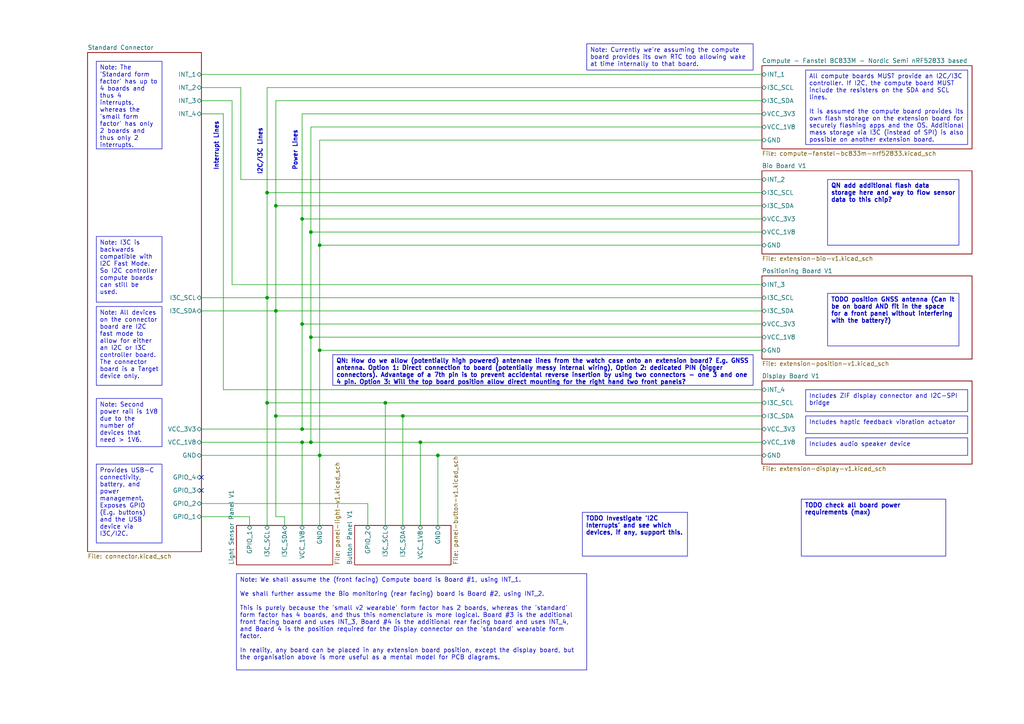
<source format=kicad_sch>
(kicad_sch (version 20230121) (generator eeschema)

  (uuid 1eb7e8c9-86dc-4f6b-85aa-748b782af952)

  (paper "A4")

  (title_block
    (title "Herald V2 Wearable - Full set of options")
    (rev "1.0.0")
    (company "The Herald Project")
    (comment 1 "Copyright 2021-2023 All Rights Reserved")
    (comment 2 "Licensed under CERN OHL-P-V2")
  )

  (lib_symbols
  )

  (junction (at 127 132.08) (diameter 0) (color 0 0 0 0)
    (uuid 0d95049a-eeb8-426b-b5ad-92500e3f95ee)
  )
  (junction (at 80.01 59.69) (diameter 0) (color 0 0 0 0)
    (uuid 10ea7ef2-c434-4d8f-b701-fe0ff50cccd6)
  )
  (junction (at 92.71 101.6) (diameter 0) (color 0 0 0 0)
    (uuid 21515348-598b-4b04-b89f-e332b2964984)
  )
  (junction (at 90.17 67.31) (diameter 0) (color 0 0 0 0)
    (uuid 2934d467-1e84-48c2-9ed6-b90ea0b4d3ce)
  )
  (junction (at 77.47 55.88) (diameter 0) (color 0 0 0 0)
    (uuid 3459f96f-1f8b-4e51-886f-0b48416ad88d)
  )
  (junction (at 116.84 120.65) (diameter 0) (color 0 0 0 0)
    (uuid 518f2921-d7da-43dd-814d-6a71fa7cd627)
  )
  (junction (at 80.01 90.17) (diameter 0) (color 0 0 0 0)
    (uuid 55995676-9b89-4a42-8edd-80672c807912)
  )
  (junction (at 87.63 128.27) (diameter 0) (color 0 0 0 0)
    (uuid 705521de-10df-4230-bd67-88635602dcb5)
  )
  (junction (at 111.76 116.84) (diameter 0) (color 0 0 0 0)
    (uuid 739a2f73-cfe3-4436-bfea-b2fc4b72093c)
  )
  (junction (at 77.47 86.36) (diameter 0) (color 0 0 0 0)
    (uuid 843913e9-727e-4689-aa36-50ae4050ff10)
  )
  (junction (at 80.01 120.65) (diameter 0) (color 0 0 0 0)
    (uuid 8cffe8d6-98d4-454b-a92e-cce922a48716)
  )
  (junction (at 92.71 71.12) (diameter 0) (color 0 0 0 0)
    (uuid 9c2665e2-d84c-4c90-b671-39ac67dddbc4)
  )
  (junction (at 90.17 128.27) (diameter 0) (color 0 0 0 0)
    (uuid a3c001da-2107-434e-afae-30debc6cf120)
  )
  (junction (at 87.63 124.46) (diameter 0) (color 0 0 0 0)
    (uuid b187b4dd-9ef8-4d0b-a7ce-d5fb2e622c4d)
  )
  (junction (at 87.63 63.5) (diameter 0) (color 0 0 0 0)
    (uuid b1961a96-3409-44be-bfd1-579cebf62867)
  )
  (junction (at 121.92 128.27) (diameter 0) (color 0 0 0 0)
    (uuid bdf8ef1b-c381-4548-a12e-9eb89cf1457b)
  )
  (junction (at 90.17 97.79) (diameter 0) (color 0 0 0 0)
    (uuid c4043c67-2220-4ce3-af9d-cd324a3470ba)
  )
  (junction (at 77.47 116.84) (diameter 0) (color 0 0 0 0)
    (uuid d050ad22-2ab2-49fd-bb80-36d8924724c2)
  )
  (junction (at 92.71 132.08) (diameter 0) (color 0 0 0 0)
    (uuid ea91a05f-7020-4a98-90c9-1f59fa4449ac)
  )
  (junction (at 87.63 93.98) (diameter 0) (color 0 0 0 0)
    (uuid f0507228-3d96-4a40-9e2d-9c9fb5ef0538)
  )

  (no_connect (at 58.42 142.24) (uuid 9a165093-ee8a-4b68-bee9-932cef254396))
  (no_connect (at 58.42 138.43) (uuid ee4e0950-6c9a-4d75-bdea-8446eeb1fbff))

  (wire (pts (xy 90.17 67.31) (xy 90.17 97.79))
    (stroke (width 0) (type default))
    (uuid 012e6e27-d390-473a-a3bf-d512b255adab)
  )
  (wire (pts (xy 80.01 90.17) (xy 80.01 120.65))
    (stroke (width 0) (type default))
    (uuid 075e4dc5-d18b-4678-9535-f6b3dc2fa276)
  )
  (wire (pts (xy 116.84 120.65) (xy 116.84 152.4))
    (stroke (width 0) (type default))
    (uuid 10a24dcb-ad18-48ac-a855-70af1337dc5a)
  )
  (wire (pts (xy 121.92 128.27) (xy 121.92 152.4))
    (stroke (width 0) (type default))
    (uuid 1505f69a-749d-4038-8b7d-227af9a6061f)
  )
  (wire (pts (xy 220.98 52.07) (xy 69.85 52.07))
    (stroke (width 0) (type default))
    (uuid 16135574-4339-4739-ada0-c12e99175213)
  )
  (wire (pts (xy 220.98 33.02) (xy 87.63 33.02))
    (stroke (width 0) (type default))
    (uuid 16c4b2ab-7519-4f4b-8325-bfbed9aaa9fc)
  )
  (wire (pts (xy 64.77 113.03) (xy 220.98 113.03))
    (stroke (width 0) (type default))
    (uuid 18be56e1-8242-4e03-b040-b2a2c708c078)
  )
  (wire (pts (xy 220.98 29.21) (xy 80.01 29.21))
    (stroke (width 0) (type default))
    (uuid 1c984f1d-f008-4e89-9f8e-917997121657)
  )
  (wire (pts (xy 92.71 71.12) (xy 220.98 71.12))
    (stroke (width 0) (type default))
    (uuid 26d53c4c-b3cd-488c-bc6f-c72b508d8659)
  )
  (wire (pts (xy 58.42 124.46) (xy 87.63 124.46))
    (stroke (width 0) (type default))
    (uuid 27d1b15a-c697-4978-8cfe-d83f11d533f9)
  )
  (wire (pts (xy 67.31 29.21) (xy 58.42 29.21))
    (stroke (width 0) (type default))
    (uuid 2d5f14dd-18ec-4797-a268-976b38280cf9)
  )
  (wire (pts (xy 127 132.08) (xy 127 152.4))
    (stroke (width 0) (type default))
    (uuid 2d99bce3-73e2-42e4-95c6-3d9914249bce)
  )
  (wire (pts (xy 90.17 67.31) (xy 220.98 67.31))
    (stroke (width 0) (type default))
    (uuid 2ee622ed-624b-484c-8b2f-da5d0c03df0b)
  )
  (wire (pts (xy 77.47 55.88) (xy 77.47 25.4))
    (stroke (width 0) (type default))
    (uuid 3a1b222c-dca8-4a97-a51a-cf3e2e85a305)
  )
  (wire (pts (xy 58.42 86.36) (xy 77.47 86.36))
    (stroke (width 0) (type default))
    (uuid 40b332bc-3ad5-42f1-9e71-eb445c0c96bf)
  )
  (wire (pts (xy 87.63 63.5) (xy 87.63 93.98))
    (stroke (width 0) (type default))
    (uuid 43ce362c-b416-4033-89e2-aaa757664166)
  )
  (wire (pts (xy 87.63 93.98) (xy 87.63 124.46))
    (stroke (width 0) (type default))
    (uuid 4ca24a41-5e2a-415e-b209-f981f7185cd1)
  )
  (wire (pts (xy 87.63 128.27) (xy 87.63 152.4))
    (stroke (width 0) (type default))
    (uuid 4d7da686-e7da-4d70-9fad-969ff5eaec14)
  )
  (wire (pts (xy 92.71 40.64) (xy 92.71 71.12))
    (stroke (width 0) (type default))
    (uuid 4dbb31dc-3832-4251-a359-10b88563afbf)
  )
  (wire (pts (xy 80.01 120.65) (xy 80.01 149.86))
    (stroke (width 0) (type default))
    (uuid 509d2b8d-d857-40ef-8b69-cd02fb30be89)
  )
  (wire (pts (xy 77.47 55.88) (xy 220.98 55.88))
    (stroke (width 0) (type default))
    (uuid 5296f3b2-ebb3-45e4-ac66-30164b21e407)
  )
  (wire (pts (xy 77.47 86.36) (xy 220.98 86.36))
    (stroke (width 0) (type default))
    (uuid 58389ddf-69e9-433c-9c00-d0a84d65e169)
  )
  (wire (pts (xy 121.92 128.27) (xy 220.98 128.27))
    (stroke (width 0) (type default))
    (uuid 585e35cb-67c1-4abd-ab6e-63f99d014111)
  )
  (wire (pts (xy 127 132.08) (xy 220.98 132.08))
    (stroke (width 0) (type default))
    (uuid 5872f626-cd0c-4772-a200-9ae84006f92b)
  )
  (wire (pts (xy 111.76 116.84) (xy 77.47 116.84))
    (stroke (width 0) (type default))
    (uuid 5e28efa0-18e0-40ae-a07a-3ba2d429d2f3)
  )
  (wire (pts (xy 67.31 82.55) (xy 220.98 82.55))
    (stroke (width 0) (type default))
    (uuid 63299dcc-fc3a-4425-99de-814c8997bb7c)
  )
  (wire (pts (xy 77.47 116.84) (xy 77.47 86.36))
    (stroke (width 0) (type default))
    (uuid 6925c807-7917-45b8-8e5f-63350f18a98f)
  )
  (wire (pts (xy 220.98 40.64) (xy 92.71 40.64))
    (stroke (width 0) (type default))
    (uuid 6abd12b6-ac27-41e6-8331-5537f662ff54)
  )
  (wire (pts (xy 58.42 21.59) (xy 220.98 21.59))
    (stroke (width 0) (type default))
    (uuid 6c52b9e4-67ef-4177-8461-24ea8f7d95f4)
  )
  (wire (pts (xy 64.77 33.02) (xy 64.77 113.03))
    (stroke (width 0) (type default))
    (uuid 73c7741c-ab57-4443-a3b2-510edff4b172)
  )
  (wire (pts (xy 90.17 97.79) (xy 90.17 128.27))
    (stroke (width 0) (type default))
    (uuid 75d03c8c-c6b8-436d-b3a7-f654add736d8)
  )
  (wire (pts (xy 77.47 25.4) (xy 220.98 25.4))
    (stroke (width 0) (type default))
    (uuid 7964f7b1-2724-41bb-be71-fc04e6a4c7a9)
  )
  (wire (pts (xy 80.01 149.86) (xy 82.55 149.86))
    (stroke (width 0) (type default))
    (uuid 7ffea322-dfa5-495f-a1ca-8f136ac1090f)
  )
  (wire (pts (xy 92.71 101.6) (xy 92.71 132.08))
    (stroke (width 0) (type default))
    (uuid 85864851-260c-4f0e-90b8-5bb74c5e80b3)
  )
  (wire (pts (xy 106.68 146.05) (xy 106.68 152.4))
    (stroke (width 0) (type default))
    (uuid 886b4ccc-9e43-4db1-9313-7d38bdcae0b0)
  )
  (wire (pts (xy 80.01 59.69) (xy 80.01 90.17))
    (stroke (width 0) (type default))
    (uuid 955a3891-fe3a-4f9e-a5a6-a671d10952c9)
  )
  (wire (pts (xy 80.01 59.69) (xy 220.98 59.69))
    (stroke (width 0) (type default))
    (uuid 97968041-5b4b-42dc-bad8-c8a79d698238)
  )
  (wire (pts (xy 87.63 93.98) (xy 220.98 93.98))
    (stroke (width 0) (type default))
    (uuid 9b19f4b9-5cf9-4743-8bfe-45a12ef8fa95)
  )
  (wire (pts (xy 92.71 101.6) (xy 220.98 101.6))
    (stroke (width 0) (type default))
    (uuid 9db05075-6113-4c38-916c-ba9b2445ecd9)
  )
  (wire (pts (xy 92.71 71.12) (xy 92.71 101.6))
    (stroke (width 0) (type default))
    (uuid a1f8053b-b0d5-46ef-8f5f-e795411632da)
  )
  (wire (pts (xy 58.42 128.27) (xy 87.63 128.27))
    (stroke (width 0) (type default))
    (uuid a223564e-7b8f-4e87-a366-026a22de2cdf)
  )
  (wire (pts (xy 90.17 97.79) (xy 220.98 97.79))
    (stroke (width 0) (type default))
    (uuid a3d99f43-0f5e-4cf4-855f-6c7608ef29ef)
  )
  (wire (pts (xy 67.31 29.21) (xy 67.31 82.55))
    (stroke (width 0) (type default))
    (uuid a4574430-9004-4e91-8ebe-22e2ce55282b)
  )
  (wire (pts (xy 87.63 33.02) (xy 87.63 63.5))
    (stroke (width 0) (type default))
    (uuid a488556e-a539-493e-b445-458300810716)
  )
  (wire (pts (xy 220.98 116.84) (xy 111.76 116.84))
    (stroke (width 0) (type default))
    (uuid a6140272-8823-4512-86b4-9053f497f0fc)
  )
  (wire (pts (xy 111.76 116.84) (xy 111.76 152.4))
    (stroke (width 0) (type default))
    (uuid a72c3742-13da-42ff-9924-701440be4824)
  )
  (wire (pts (xy 72.39 152.4) (xy 72.39 149.86))
    (stroke (width 0) (type default))
    (uuid aa132b24-f10b-439b-b73b-48b10d4d12ef)
  )
  (wire (pts (xy 58.42 90.17) (xy 80.01 90.17))
    (stroke (width 0) (type default))
    (uuid ab7b408b-7a86-422e-9c67-7cf573ecaccc)
  )
  (wire (pts (xy 90.17 128.27) (xy 121.92 128.27))
    (stroke (width 0) (type default))
    (uuid b6aface2-4000-4cf4-946b-b3290eddf01a)
  )
  (wire (pts (xy 69.85 52.07) (xy 69.85 25.4))
    (stroke (width 0) (type default))
    (uuid b98d0eba-f44e-44e5-a2de-146a74893d6e)
  )
  (wire (pts (xy 92.71 132.08) (xy 92.71 152.4))
    (stroke (width 0) (type default))
    (uuid bc995fb9-7c24-4180-b56e-76755ef13725)
  )
  (wire (pts (xy 80.01 90.17) (xy 220.98 90.17))
    (stroke (width 0) (type default))
    (uuid bd451cd4-c403-4214-99df-d646bf113b96)
  )
  (wire (pts (xy 92.71 132.08) (xy 127 132.08))
    (stroke (width 0) (type default))
    (uuid bec95559-bc23-4967-8ce0-382a5c9ce396)
  )
  (wire (pts (xy 58.42 132.08) (xy 92.71 132.08))
    (stroke (width 0) (type default))
    (uuid bfdd5245-61ff-4f14-bcae-5a5bb0a55f42)
  )
  (wire (pts (xy 77.47 55.88) (xy 77.47 86.36))
    (stroke (width 0) (type default))
    (uuid c083c6ca-c6ae-4f59-b795-7d6ac225bb54)
  )
  (wire (pts (xy 87.63 128.27) (xy 90.17 128.27))
    (stroke (width 0) (type default))
    (uuid c11d63cd-0043-4c52-8f6e-71e4c0ee0a89)
  )
  (wire (pts (xy 58.42 149.86) (xy 72.39 149.86))
    (stroke (width 0) (type default))
    (uuid ce7db630-4c8c-4849-ac56-29f23f02ec8e)
  )
  (wire (pts (xy 80.01 120.65) (xy 116.84 120.65))
    (stroke (width 0) (type default))
    (uuid d21abcb1-d6a4-449b-b49f-6cbe6ab4e321)
  )
  (wire (pts (xy 77.47 116.84) (xy 77.47 152.4))
    (stroke (width 0) (type default))
    (uuid d29d97b1-5f13-4453-9090-f4f9706a956b)
  )
  (wire (pts (xy 82.55 149.86) (xy 82.55 152.4))
    (stroke (width 0) (type default))
    (uuid d34bbd98-bed3-4347-9dd2-402b2c5fe046)
  )
  (wire (pts (xy 80.01 29.21) (xy 80.01 59.69))
    (stroke (width 0) (type default))
    (uuid d57735a0-b06b-44a7-b88e-da0a02b02b11)
  )
  (wire (pts (xy 116.84 120.65) (xy 220.98 120.65))
    (stroke (width 0) (type default))
    (uuid d7182fed-83c6-4451-9e87-bdf3e7afe672)
  )
  (wire (pts (xy 87.63 124.46) (xy 220.98 124.46))
    (stroke (width 0) (type default))
    (uuid ddb840b1-0996-42c8-b213-f09a5b24c374)
  )
  (wire (pts (xy 58.42 33.02) (xy 64.77 33.02))
    (stroke (width 0) (type default))
    (uuid e8fe1426-5756-44a0-a221-75a83b65962d)
  )
  (wire (pts (xy 90.17 36.83) (xy 90.17 67.31))
    (stroke (width 0) (type default))
    (uuid e9d381df-fd3d-4b0d-9eb9-ee71ef98dc55)
  )
  (wire (pts (xy 58.42 146.05) (xy 106.68 146.05))
    (stroke (width 0) (type default))
    (uuid ee33eb89-a744-4d2a-b344-2b2d9ed545cb)
  )
  (wire (pts (xy 58.42 25.4) (xy 69.85 25.4))
    (stroke (width 0) (type default))
    (uuid ee37af66-aa34-4979-a1eb-709988e35f1f)
  )
  (wire (pts (xy 220.98 36.83) (xy 90.17 36.83))
    (stroke (width 0) (type default))
    (uuid f312c078-3c34-4f87-a5b1-015bb0c9875b)
  )
  (wire (pts (xy 87.63 63.5) (xy 220.98 63.5))
    (stroke (width 0) (type default))
    (uuid fc34e7f6-7d31-4b8a-bdd5-14defc5410c9)
  )

  (text_box "Includes haptic feedback vibration actuator"
    (at 233.68 120.65 0) (size 46.99 5.08)
    (stroke (width 0) (type default))
    (fill (type none))
    (effects (font (size 1.27 1.27)) (justify left top))
    (uuid 474d244c-ab64-486c-a474-607f60719cb9)
  )
  (text_box "Note: Second power rail is 1V8 due to the number of devices that need > 1V6."
    (at 27.94 115.57 0) (size 19.05 13.97)
    (stroke (width 0) (type default))
    (fill (type none))
    (effects (font (size 1.27 1.27)) (justify left top))
    (uuid 4a3928e0-57b7-4735-998c-ad42f501e67f)
  )
  (text_box "Provides USB-C connectivity, battery, and power management. Exposes GPIO (E.g. buttons) and the USB device via I3C/I2C."
    (at 27.94 134.62 0) (size 19.05 22.86)
    (stroke (width 0) (type default))
    (fill (type none))
    (effects (font (size 1.27 1.27)) (justify left top))
    (uuid 5cf82d07-ba3f-40a4-936b-ff8d57054153)
  )
  (text_box "TODO check all board power requirements (max)"
    (at 232.41 144.78 0) (size 41.91 16.51)
    (stroke (width 0) (type default))
    (fill (type none))
    (effects (font (size 1.27 1.27) bold) (justify left top))
    (uuid 5edadd30-1fd0-4930-ab59-347cde72e6e2)
  )
  (text_box "Note: I3C is backwards compatible with I2C Fast Mode. So I2C controller compute boards can still be used."
    (at 27.94 68.58 0) (size 19.05 19.05)
    (stroke (width 0) (type default))
    (fill (type none))
    (effects (font (size 1.27 1.27)) (justify left top))
    (uuid 6c734b45-ac20-4c29-a0b6-618ec71bcf0f)
  )
  (text_box "Note: Currently we're assuming the compute board provides its own RTC too allowing wake at time internally to that board."
    (at 170.18 12.7 0) (size 48.26 7.62)
    (stroke (width 0) (type default))
    (fill (type none))
    (effects (font (size 1.27 1.27)) (justify left top))
    (uuid 72e66168-ae59-418c-98f8-0c3b3d841d7b)
  )
  (text_box "Note: All devices on the connector board are I2C fast mode to allow for either an I2C or I3C controller board. The connector board is a Target device only."
    (at 27.94 88.9 0) (size 19.05 22.86)
    (stroke (width 0) (type default))
    (fill (type none))
    (effects (font (size 1.27 1.27)) (justify left top))
    (uuid 9f56b39b-36ce-4762-840b-a4ebcdd8e8ff)
  )
  (text_box "TODO Investigate 'I2C Interrupts' and see which devices, if any, support this."
    (at 168.91 148.59 0) (size 30.48 12.7)
    (stroke (width 0) (type default))
    (fill (type none))
    (effects (font (size 1.27 1.27) bold) (justify left top))
    (uuid a168ade0-1c87-41cb-a346-60c8d1d9353f)
  )
  (text_box "Includes ZIF display connector and I2C-SPI bridge"
    (at 233.68 113.03 0) (size 46.99 6.35)
    (stroke (width 0) (type default))
    (fill (type none))
    (effects (font (size 1.27 1.27)) (justify left top))
    (uuid a1e32443-9cac-4139-95ff-0bffee4ab1eb)
  )
  (text_box "All compute boards MUST provide an I2C/I3C controller. If I2C, the compute board MUST include the resisters on the SDA and SCL lines.\n\nIt is assumed the compute board provides its own flash storage on the extension board for securely flashing apps and the OS. Additional mass storage via I3C (instead of SPI) is also possible on another extension board."
    (at 233.68 20.32 0) (size 46.99 21.59)
    (stroke (width 0) (type default))
    (fill (type none))
    (effects (font (size 1.27 1.27)) (justify left top))
    (uuid a3953394-c556-4e17-9481-9b6ffc57dfa5)
  )
  (text_box "QN: How do we allow (potentially high powered) antennae lines from the watch case onto an extension board? E.g. GNSS antenna. Option 1: Direct connection to board (potentially messy internal wiring), Option 2: dedicated PIN (bigger connectors). Advantage of a 7th pin is to prevent accidental reverse insertion by using two connectors - one 3 and one 4 pin. Option 3: Will the top board position allow direct mounting for the right hand two front panels?"
    (at 96.52 102.87 0) (size 121.92 8.89)
    (stroke (width 0) (type default))
    (fill (type none))
    (effects (font (size 1.27 1.27) bold) (justify left top))
    (uuid a92e1c49-8d31-4ca2-b0f3-2bdeee9560cc)
  )
  (text_box "Note: We shall assume the (front facing) Compute board is Board #1, using INT_1. \n\nWe shall further assume the Bio monitoring (rear facing) board is Board #2, using INT_2.\n\nThis is purely because the 'small v2 wearable' form factor has 2 boards, whereas the 'standard' form factor has 4 boards, and thus this nomenclature is more logical. Board #3 is the additional front facing board and uses INT_3, Board #4 is the additional rear facing board and uses INT_4, and Board 4 is the position required for the Display connector on the 'standard' wearable form factor.\n\nIn reality, any board can be placed in any extension board position, except the display board, but the organisation above is more useful as a mental model for PCB diagrams."
    (at 68.58 166.37 0) (size 101.6 27.94)
    (stroke (width 0) (type default))
    (fill (type none))
    (effects (font (size 1.27 1.27)) (justify left top))
    (uuid c6365eb8-1ebb-457e-92e8-808516fae1c5)
  )
  (text_box "QN add additional flash data storage here and way to flow sensor data to this chip?"
    (at 240.03 52.07 0) (size 38.1 19.05)
    (stroke (width 0) (type default))
    (fill (type none))
    (effects (font (size 1.27 1.27) bold) (justify left top))
    (uuid c903c751-c22b-4132-b2ee-34e0dfb84d55)
  )
  (text_box "Includes audio speaker device"
    (at 233.68 127 0) (size 46.99 5.08)
    (stroke (width 0) (type default))
    (fill (type none))
    (effects (font (size 1.27 1.27)) (justify left top))
    (uuid d64ed903-2972-4b21-a9c0-252a2ae83b6b)
  )
  (text_box "Note: The 'Standard form factor' has up to 4 boards and thus 4 interrupts, whereas the 'small form factor' has only 2 boards and thus only 2 interrupts."
    (at 27.94 17.78 0) (size 19.05 25.4)
    (stroke (width 0) (type default))
    (fill (type none))
    (effects (font (size 1.27 1.27)) (justify left top))
    (uuid da7ac58f-c40c-4885-9637-ddae4831ff02)
  )
  (text_box "TODO position GNSS antenna (Can it be on board AND fit in the space for a front panel without interfering with the battery?)"
    (at 240.03 85.09 0) (size 38.1 15.24)
    (stroke (width 0) (type default))
    (fill (type none))
    (effects (font (size 1.27 1.27) bold) (justify left top))
    (uuid f998224c-b519-40d9-8514-1dbe520c7696)
  )

  (text "I2C/I3C Lines" (at 76.2 50.8 90)
    (effects (font (size 1.27 1.27) (thickness 0.254) bold) (justify left bottom))
    (uuid 0c6e7156-0d69-4220-8a43-584f02250378)
  )
  (text "Power Lines" (at 86.36 49.53 90)
    (effects (font (size 1.27 1.27) (thickness 0.254) bold) (justify left bottom))
    (uuid a0665289-9388-488a-94a4-86e807c265f6)
  )
  (text "Interrupt Lines" (at 63.5 49.53 90)
    (effects (font (size 1.27 1.27) (thickness 0.254) bold) (justify left bottom))
    (uuid bbe1b123-bc3a-42a6-b15f-c9e6a4cc58ac)
  )

  (sheet (at 68.58 152.4) (size 27.94 11.43) (fields_autoplaced)
    (stroke (width 0.1524) (type solid))
    (fill (color 0 0 0 0.0000))
    (uuid 0cc4a629-5d27-4e9f-8e94-4a20558b37d1)
    (property "Sheetname" "Light Sensor Panel V1" (at 67.8684 163.83 90)
      (effects (font (size 1.27 1.27)) (justify left bottom))
    )
    (property "Sheetfile" "panel-light-v1.kicad_sch" (at 97.1046 163.83 90)
      (effects (font (size 1.27 1.27)) (justify left top))
    )
    (pin "I3C_SDA" bidirectional (at 82.55 152.4 90)
      (effects (font (size 1.27 1.27)) (justify right))
      (uuid 521d3328-b05c-452b-b004-cfce109ab79e)
    )
    (pin "I3C_SCL" bidirectional (at 77.47 152.4 90)
      (effects (font (size 1.27 1.27)) (justify right))
      (uuid 811abae3-877b-4953-80f3-a408a55edefc)
    )
    (pin "VCC_1V8" bidirectional (at 87.63 152.4 90)
      (effects (font (size 1.27 1.27)) (justify right))
      (uuid 90224273-1799-4804-813e-f245817c2f59)
    )
    (pin "GND" bidirectional (at 92.71 152.4 90)
      (effects (font (size 1.27 1.27)) (justify right))
      (uuid 8ec430c1-6c02-44b7-a28c-d46981b6d29e)
    )
    (pin "GPIO_1" bidirectional (at 72.39 152.4 90)
      (effects (font (size 1.27 1.27)) (justify right))
      (uuid 91af58e9-fa99-4af0-b151-fb30c26fa1a7)
    )
    (instances
      (project "wearable-v2"
        (path "/1eb7e8c9-86dc-4f6b-85aa-748b782af952" (page "7"))
      )
    )
  )

  (sheet (at 220.98 49.53) (size 60.96 24.13) (fields_autoplaced)
    (stroke (width 0.1524) (type solid))
    (fill (color 0 0 0 0.0000))
    (uuid 23d45666-f217-4505-adda-dcfbc4ac09cf)
    (property "Sheetname" "Bio Board V1" (at 220.98 48.8184 0)
      (effects (font (size 1.27 1.27)) (justify left bottom))
    )
    (property "Sheetfile" "extension-bio-v1.kicad_sch" (at 220.98 74.2446 0)
      (effects (font (size 1.27 1.27)) (justify left top))
    )
    (pin "I3C_SDA" bidirectional (at 220.98 59.69 180)
      (effects (font (size 1.27 1.27)) (justify left))
      (uuid eac7d920-2e09-4902-b5dd-3f5d4906e081)
    )
    (pin "GND" bidirectional (at 220.98 71.12 180)
      (effects (font (size 1.27 1.27)) (justify left))
      (uuid a569c50f-dd49-42c1-a6a6-0cf730f0539c)
    )
    (pin "VCC_3V3" bidirectional (at 220.98 63.5 180)
      (effects (font (size 1.27 1.27)) (justify left))
      (uuid 022564ff-91ed-45c7-9075-5fc422b29e74)
    )
    (pin "VCC_1V8" bidirectional (at 220.98 67.31 180)
      (effects (font (size 1.27 1.27)) (justify left))
      (uuid 76a755a7-6927-4fdf-b6f9-8871e285d5f6)
    )
    (pin "I3C_SCL" bidirectional (at 220.98 55.88 180)
      (effects (font (size 1.27 1.27)) (justify left))
      (uuid 2eb3c954-3532-4926-ba5f-01b2774562d4)
    )
    (pin "INT_2" bidirectional (at 220.98 52.07 180)
      (effects (font (size 1.27 1.27)) (justify left))
      (uuid 790cf304-269e-4c85-b74d-d65ece9213cf)
    )
    (instances
      (project "wearable-v2"
        (path "/1eb7e8c9-86dc-4f6b-85aa-748b782af952" (page "4"))
      )
    )
  )

  (sheet (at 25.4 15.24) (size 33.02 144.78) (fields_autoplaced)
    (stroke (width 0.1524) (type solid))
    (fill (color 0 0 0 0.0000))
    (uuid 2bf2cd8a-43d3-474c-96a0-b76bc82af7f4)
    (property "Sheetname" "Standard Connector" (at 25.4 14.5284 0)
      (effects (font (size 1.27 1.27)) (justify left bottom))
    )
    (property "Sheetfile" "connector.kicad_sch" (at 25.4 160.6046 0)
      (effects (font (size 1.27 1.27)) (justify left top))
    )
    (pin "I3C_SCL" bidirectional (at 58.42 86.36 0)
      (effects (font (size 1.27 1.27)) (justify right))
      (uuid 6c1d9439-1763-4452-8210-271310473861)
    )
    (pin "VCC_1V8" bidirectional (at 58.42 128.27 0)
      (effects (font (size 1.27 1.27)) (justify right))
      (uuid 2f55b91e-b6b9-4959-a884-5d97b588bf77)
    )
    (pin "GND" bidirectional (at 58.42 132.08 0)
      (effects (font (size 1.27 1.27)) (justify right))
      (uuid 2df1c15e-8f27-4d14-ba9c-1673f1f69869)
    )
    (pin "VCC_3V3" bidirectional (at 58.42 124.46 0)
      (effects (font (size 1.27 1.27)) (justify right))
      (uuid b0340db7-5abc-4127-97e1-6cca12d44695)
    )
    (pin "I3C_SDA" bidirectional (at 58.42 90.17 0)
      (effects (font (size 1.27 1.27)) (justify right))
      (uuid b1e115ee-fac6-4f5a-897c-bc4cefd7f673)
    )
    (pin "INT_1" bidirectional (at 58.42 21.59 0)
      (effects (font (size 1.27 1.27)) (justify right))
      (uuid 7f0088e2-ba7a-4c6e-a0a7-80d2cbcd798c)
    )
    (pin "INT_2" bidirectional (at 58.42 25.4 0)
      (effects (font (size 1.27 1.27)) (justify right))
      (uuid 8508d5c5-0d45-487b-9e9a-ec0473b6eaf3)
    )
    (pin "INT_3" bidirectional (at 58.42 29.21 0)
      (effects (font (size 1.27 1.27)) (justify right))
      (uuid 14f44a69-436b-445d-8569-8d5f689668b5)
    )
    (pin "INT_4" bidirectional (at 58.42 33.02 0)
      (effects (font (size 1.27 1.27)) (justify right))
      (uuid 2da2d7dc-89ae-4076-9c96-ccc8e4522d18)
    )
    (pin "GPIO_2" bidirectional (at 58.42 146.05 0)
      (effects (font (size 1.27 1.27)) (justify right))
      (uuid 62c265d0-86f2-4867-bc83-5730e9f45830)
    )
    (pin "GPIO_1" bidirectional (at 58.42 149.86 0)
      (effects (font (size 1.27 1.27)) (justify right))
      (uuid ee6d81b1-6303-4235-a597-9c3a098926cc)
    )
    (pin "GPIO_4" bidirectional (at 58.42 138.43 0)
      (effects (font (size 1.27 1.27)) (justify right))
      (uuid 62856be7-cf44-4e32-a9cc-be0125ea29a5)
    )
    (pin "GPIO_3" bidirectional (at 58.42 142.24 0)
      (effects (font (size 1.27 1.27)) (justify right))
      (uuid f7ee044b-e086-4b92-bfe7-5f73a7f8ee59)
    )
    (instances
      (project "wearable-v2"
        (path "/1eb7e8c9-86dc-4f6b-85aa-748b782af952" (page "2"))
      )
    )
  )

  (sheet (at 220.98 80.01) (size 60.96 24.13) (fields_autoplaced)
    (stroke (width 0.1524) (type solid))
    (fill (color 0 0 0 0.0000))
    (uuid 310cdce3-d5fc-4499-9461-bc61ed18b264)
    (property "Sheetname" "Positioning Board V1" (at 220.98 79.2984 0)
      (effects (font (size 1.27 1.27)) (justify left bottom))
    )
    (property "Sheetfile" "extension-position-v1.kicad_sch" (at 220.98 104.7246 0)
      (effects (font (size 1.27 1.27)) (justify left top))
    )
    (pin "I3C_SDA" bidirectional (at 220.98 90.17 180)
      (effects (font (size 1.27 1.27)) (justify left))
      (uuid 0c9e588c-a76c-42c5-8b8a-ae0f0939d33d)
    )
    (pin "INT_3" bidirectional (at 220.98 82.55 180)
      (effects (font (size 1.27 1.27)) (justify left))
      (uuid 8abc7563-0541-4ebf-9440-685a0d3045a2)
    )
    (pin "GND" bidirectional (at 220.98 101.6 180)
      (effects (font (size 1.27 1.27)) (justify left))
      (uuid 9ee8d987-346c-400f-b569-1123e2ef18d1)
    )
    (pin "VCC_1V8" bidirectional (at 220.98 97.79 180)
      (effects (font (size 1.27 1.27)) (justify left))
      (uuid c7437253-ed57-4203-8610-ce80e183fa5c)
    )
    (pin "VCC_3V3" bidirectional (at 220.98 93.98 180)
      (effects (font (size 1.27 1.27)) (justify left))
      (uuid d0745663-9784-416b-95b9-2dcb7bd45b3d)
    )
    (pin "I3C_SCL" bidirectional (at 220.98 86.36 180)
      (effects (font (size 1.27 1.27)) (justify left))
      (uuid 9b4ea245-b007-46ea-916b-570b9b5f3193)
    )
    (instances
      (project "wearable-v2"
        (path "/1eb7e8c9-86dc-4f6b-85aa-748b782af952" (page "5"))
      )
    )
  )

  (sheet (at 102.87 152.4) (size 27.94 11.43) (fields_autoplaced)
    (stroke (width 0.1524) (type solid))
    (fill (color 0 0 0 0.0000))
    (uuid 781c1b62-07be-4861-a6d7-3d47e08dc82e)
    (property "Sheetname" "Button Panel V1" (at 102.1584 163.83 90)
      (effects (font (size 1.27 1.27)) (justify left bottom))
    )
    (property "Sheetfile" "panel-button-v1.kicad_sch" (at 131.3946 163.83 90)
      (effects (font (size 1.27 1.27)) (justify left top))
    )
    (pin "I3C_SCL" bidirectional (at 111.76 152.4 90)
      (effects (font (size 1.27 1.27)) (justify right))
      (uuid 29977aa3-cdcb-4a52-85a0-da65f0bb51f1)
    )
    (pin "I3C_SDA" bidirectional (at 116.84 152.4 90)
      (effects (font (size 1.27 1.27)) (justify right))
      (uuid a714d928-ea4e-4b16-a8ca-1240760f36fe)
    )
    (pin "GPIO_2" bidirectional (at 106.68 152.4 90)
      (effects (font (size 1.27 1.27)) (justify right))
      (uuid dafe97a8-31a1-4c76-b3a8-09044b046aef)
    )
    (pin "VCC_1V8" bidirectional (at 121.92 152.4 90)
      (effects (font (size 1.27 1.27)) (justify right))
      (uuid 6d364cec-159f-40c8-b1b0-6e43db498fac)
    )
    (pin "GND" bidirectional (at 127 152.4 90)
      (effects (font (size 1.27 1.27)) (justify right))
      (uuid 6beebb06-78bb-4cb0-acf2-156ecdb62b89)
    )
    (instances
      (project "wearable-v2"
        (path "/1eb7e8c9-86dc-4f6b-85aa-748b782af952" (page "8"))
      )
    )
  )

  (sheet (at 220.98 19.05) (size 60.96 24.13) (fields_autoplaced)
    (stroke (width 0.1524) (type solid))
    (fill (color 0 0 0 0.0000))
    (uuid 88c842d7-ac9a-4ec4-bd18-165411775e80)
    (property "Sheetname" "Compute - Fanstel BC833M - Nordic Semi nRF52833 based" (at 220.98 18.3384 0)
      (effects (font (size 1.27 1.27)) (justify left bottom))
    )
    (property "Sheetfile" "compute-fanstel-bc833m-nrf52833.kicad_sch" (at 220.98 43.7646 0)
      (effects (font (size 1.27 1.27)) (justify left top))
    )
    (pin "VCC_3V3" bidirectional (at 220.98 33.02 180)
      (effects (font (size 1.27 1.27)) (justify left))
      (uuid 28d9c9dc-40a9-4b2b-9070-432c4904ce41)
    )
    (pin "INT_1" bidirectional (at 220.98 21.59 180)
      (effects (font (size 1.27 1.27)) (justify left))
      (uuid 4e4895a0-807d-48c4-a4b1-2a47685600c1)
    )
    (pin "I3C_SDA" bidirectional (at 220.98 29.21 180)
      (effects (font (size 1.27 1.27)) (justify left))
      (uuid 5b9a39b3-aab0-4d86-b09a-f3ddad4c4983)
    )
    (pin "I3C_SCL" bidirectional (at 220.98 25.4 180)
      (effects (font (size 1.27 1.27)) (justify left))
      (uuid 880ee3a0-bf69-4779-898f-f3aad21bfc43)
    )
    (pin "GND" bidirectional (at 220.98 40.64 180)
      (effects (font (size 1.27 1.27)) (justify left))
      (uuid 276b0645-f298-4422-b186-56a5d07c7e91)
    )
    (pin "VCC_1V8" bidirectional (at 220.98 36.83 180)
      (effects (font (size 1.27 1.27)) (justify left))
      (uuid e2b9fe01-5929-4cec-a76e-2a819ddf7a39)
    )
    (instances
      (project "wearable-v2"
        (path "/1eb7e8c9-86dc-4f6b-85aa-748b782af952" (page "3"))
      )
    )
  )

  (sheet (at 220.98 110.49) (size 60.96 24.13) (fields_autoplaced)
    (stroke (width 0.1524) (type solid))
    (fill (color 0 0 0 0.0000))
    (uuid b2450f58-45d3-4267-a96b-cde30ab720a0)
    (property "Sheetname" "Display Board V1" (at 220.98 109.7784 0)
      (effects (font (size 1.27 1.27)) (justify left bottom))
    )
    (property "Sheetfile" "extension-display-v1.kicad_sch" (at 220.98 135.2046 0)
      (effects (font (size 1.27 1.27)) (justify left top))
    )
    (pin "INT_4" bidirectional (at 220.98 113.03 180)
      (effects (font (size 1.27 1.27)) (justify left))
      (uuid 138bb6c1-a67f-4214-b6ab-a55a33acae63)
    )
    (pin "VCC_3V3" bidirectional (at 220.98 124.46 180)
      (effects (font (size 1.27 1.27)) (justify left))
      (uuid 4063b68a-84e1-4507-888a-7a6610fc1c91)
    )
    (pin "GND" bidirectional (at 220.98 132.08 180)
      (effects (font (size 1.27 1.27)) (justify left))
      (uuid c9febf3b-e515-46e3-8639-2083feef8213)
    )
    (pin "VCC_1V8" bidirectional (at 220.98 128.27 180)
      (effects (font (size 1.27 1.27)) (justify left))
      (uuid 8394a380-ad3a-4ba6-941c-800b5cd0b4e1)
    )
    (pin "I3C_SDA" bidirectional (at 220.98 120.65 180)
      (effects (font (size 1.27 1.27)) (justify left))
      (uuid bc82974a-0fcb-47e3-961f-fc4f14144671)
    )
    (pin "I3C_SCL" bidirectional (at 220.98 116.84 180)
      (effects (font (size 1.27 1.27)) (justify left))
      (uuid 597adba8-71ce-4a8b-8ac7-26e041741dfa)
    )
    (instances
      (project "wearable-v2"
        (path "/1eb7e8c9-86dc-4f6b-85aa-748b782af952" (page "6"))
      )
    )
  )

  (sheet_instances
    (path "/" (page "1"))
  )
)

</source>
